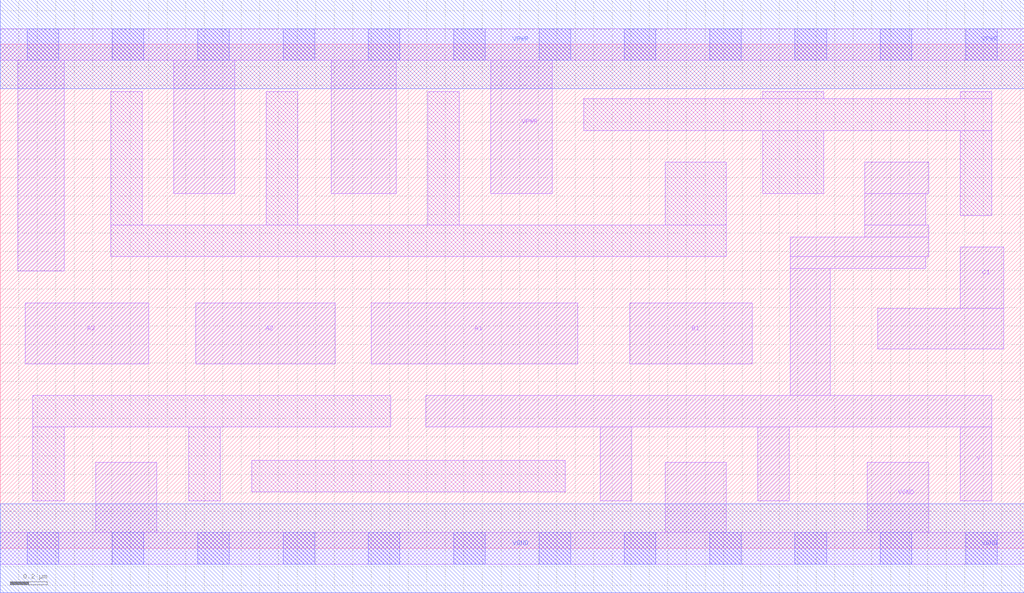
<source format=lef>
# Copyright 2020 The SkyWater PDK Authors
#
# Licensed under the Apache License, Version 2.0 (the "License");
# you may not use this file except in compliance with the License.
# You may obtain a copy of the License at
#
#     https://www.apache.org/licenses/LICENSE-2.0
#
# Unless required by applicable law or agreed to in writing, software
# distributed under the License is distributed on an "AS IS" BASIS,
# WITHOUT WARRANTIES OR CONDITIONS OF ANY KIND, either express or implied.
# See the License for the specific language governing permissions and
# limitations under the License.
#
# SPDX-License-Identifier: Apache-2.0

VERSION 5.7 ;
  NAMESCASESENSITIVE ON ;
  NOWIREEXTENSIONATPIN ON ;
  DIVIDERCHAR "/" ;
  BUSBITCHARS "[]" ;
UNITS
  DATABASE MICRONS 200 ;
END UNITS
MACRO sky130_fd_sc_hd__a311oi_2
  CLASS CORE ;
  SOURCE USER ;
  FOREIGN sky130_fd_sc_hd__a311oi_2 ;
  ORIGIN  0.000000  0.000000 ;
  SIZE  5.520000 BY  2.720000 ;
  SYMMETRY X Y R90 ;
  SITE unithd ;
  PIN A1
    ANTENNAGATEAREA  0.495000 ;
    DIRECTION INPUT ;
    USE SIGNAL ;
    PORT
      LAYER li1 ;
        RECT 2.000000 0.995000 3.115000 1.325000 ;
    END
  END A1
  PIN A2
    ANTENNAGATEAREA  0.495000 ;
    DIRECTION INPUT ;
    USE SIGNAL ;
    PORT
      LAYER li1 ;
        RECT 1.055000 0.995000 1.805000 1.325000 ;
    END
  END A2
  PIN A3
    ANTENNAGATEAREA  0.495000 ;
    DIRECTION INPUT ;
    USE SIGNAL ;
    PORT
      LAYER li1 ;
        RECT 0.135000 0.995000 0.800000 1.325000 ;
    END
  END A3
  PIN B1
    ANTENNAGATEAREA  0.495000 ;
    DIRECTION INPUT ;
    USE SIGNAL ;
    PORT
      LAYER li1 ;
        RECT 3.395000 0.995000 4.055000 1.325000 ;
    END
  END B1
  PIN C1
    ANTENNAGATEAREA  0.495000 ;
    DIRECTION INPUT ;
    USE SIGNAL ;
    PORT
      LAYER li1 ;
        RECT 4.730000 1.075000 5.410000 1.295000 ;
        RECT 5.175000 1.295000 5.410000 1.625000 ;
    END
  END C1
  PIN Y
    ANTENNADIFFAREA  1.141000 ;
    DIRECTION OUTPUT ;
    USE SIGNAL ;
    PORT
      LAYER li1 ;
        RECT 2.295000 0.655000 5.345000 0.825000 ;
        RECT 3.235000 0.255000 3.405000 0.655000 ;
        RECT 4.085000 0.255000 4.255000 0.655000 ;
        RECT 4.260000 0.825000 4.475000 1.510000 ;
        RECT 4.260000 1.510000 4.990000 1.575000 ;
        RECT 4.260000 1.575000 5.005000 1.680000 ;
        RECT 4.660000 1.680000 5.005000 1.745000 ;
        RECT 4.660000 1.745000 4.990000 1.915000 ;
        RECT 4.660000 1.915000 5.005000 2.085000 ;
        RECT 5.175000 0.255000 5.345000 0.655000 ;
    END
  END Y
  PIN VGND
    DIRECTION INOUT ;
    SHAPE ABUTMENT ;
    USE GROUND ;
    PORT
      LAYER li1 ;
        RECT 0.000000 -0.085000 5.520000 0.085000 ;
        RECT 0.515000  0.085000 0.845000 0.465000 ;
        RECT 3.585000  0.085000 3.915000 0.465000 ;
        RECT 4.675000  0.085000 5.005000 0.465000 ;
      LAYER mcon ;
        RECT 0.145000 -0.085000 0.315000 0.085000 ;
        RECT 0.605000 -0.085000 0.775000 0.085000 ;
        RECT 1.065000 -0.085000 1.235000 0.085000 ;
        RECT 1.525000 -0.085000 1.695000 0.085000 ;
        RECT 1.985000 -0.085000 2.155000 0.085000 ;
        RECT 2.445000 -0.085000 2.615000 0.085000 ;
        RECT 2.905000 -0.085000 3.075000 0.085000 ;
        RECT 3.365000 -0.085000 3.535000 0.085000 ;
        RECT 3.825000 -0.085000 3.995000 0.085000 ;
        RECT 4.285000 -0.085000 4.455000 0.085000 ;
        RECT 4.745000 -0.085000 4.915000 0.085000 ;
        RECT 5.205000 -0.085000 5.375000 0.085000 ;
      LAYER met1 ;
        RECT 0.000000 -0.240000 5.520000 0.240000 ;
    END
  END VGND
  PIN VPWR
    DIRECTION INOUT ;
    SHAPE ABUTMENT ;
    USE POWER ;
    PORT
      LAYER li1 ;
        RECT 0.000000 2.635000 5.520000 2.805000 ;
        RECT 0.095000 1.495000 0.345000 2.635000 ;
        RECT 0.935000 1.915000 1.265000 2.635000 ;
        RECT 1.785000 1.915000 2.135000 2.635000 ;
        RECT 2.645000 1.915000 2.975000 2.635000 ;
      LAYER mcon ;
        RECT 0.145000 2.635000 0.315000 2.805000 ;
        RECT 0.605000 2.635000 0.775000 2.805000 ;
        RECT 1.065000 2.635000 1.235000 2.805000 ;
        RECT 1.525000 2.635000 1.695000 2.805000 ;
        RECT 1.985000 2.635000 2.155000 2.805000 ;
        RECT 2.445000 2.635000 2.615000 2.805000 ;
        RECT 2.905000 2.635000 3.075000 2.805000 ;
        RECT 3.365000 2.635000 3.535000 2.805000 ;
        RECT 3.825000 2.635000 3.995000 2.805000 ;
        RECT 4.285000 2.635000 4.455000 2.805000 ;
        RECT 4.745000 2.635000 4.915000 2.805000 ;
        RECT 5.205000 2.635000 5.375000 2.805000 ;
      LAYER met1 ;
        RECT 0.000000 2.480000 5.520000 2.960000 ;
    END
  END VPWR
  OBS
    LAYER li1 ;
      RECT 0.175000 0.255000 0.345000 0.655000 ;
      RECT 0.175000 0.655000 2.105000 0.825000 ;
      RECT 0.595000 1.575000 3.915000 1.745000 ;
      RECT 0.595000 1.745000 0.765000 2.465000 ;
      RECT 1.015000 0.255000 1.185000 0.655000 ;
      RECT 1.355000 0.305000 3.045000 0.475000 ;
      RECT 1.435000 1.745000 1.605000 2.465000 ;
      RECT 2.305000 1.745000 2.475000 2.465000 ;
      RECT 3.145000 2.255000 5.345000 2.425000 ;
      RECT 3.585000 1.745000 3.915000 2.085000 ;
      RECT 4.110000 1.915000 4.440000 2.255000 ;
      RECT 4.110000 2.425000 4.440000 2.465000 ;
      RECT 5.175000 1.795000 5.345000 2.255000 ;
      RECT 5.175000 2.425000 5.345000 2.465000 ;
  END
END sky130_fd_sc_hd__a311oi_2
END LIBRARY

</source>
